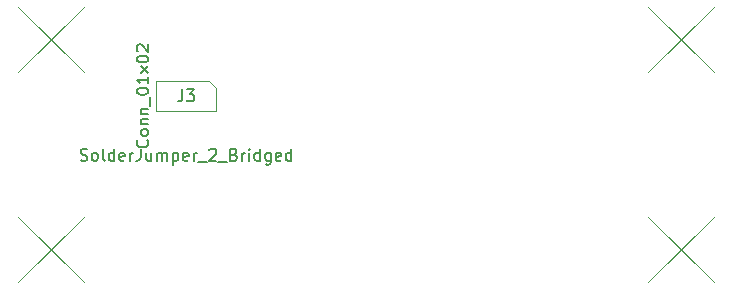
<source format=gbr>
%TF.GenerationSoftware,KiCad,Pcbnew,9.0.1*%
%TF.CreationDate,2025-07-30T00:23:41-04:00*%
%TF.ProjectId,T5848,54353834-382e-46b6-9963-61645f706362,rev?*%
%TF.SameCoordinates,Original*%
%TF.FileFunction,AssemblyDrawing,Top*%
%FSLAX46Y46*%
G04 Gerber Fmt 4.6, Leading zero omitted, Abs format (unit mm)*
G04 Created by KiCad (PCBNEW 9.0.1) date 2025-07-30 00:23:41*
%MOMM*%
%LPD*%
G01*
G04 APERTURE LIST*
%ADD10C,0.150000*%
%ADD11C,0.100000*%
G04 APERTURE END LIST*
D10*
X130004579Y-104608095D02*
X130052199Y-104655714D01*
X130052199Y-104655714D02*
X130099818Y-104798571D01*
X130099818Y-104798571D02*
X130099818Y-104893809D01*
X130099818Y-104893809D02*
X130052199Y-105036666D01*
X130052199Y-105036666D02*
X129956960Y-105131904D01*
X129956960Y-105131904D02*
X129861722Y-105179523D01*
X129861722Y-105179523D02*
X129671246Y-105227142D01*
X129671246Y-105227142D02*
X129528389Y-105227142D01*
X129528389Y-105227142D02*
X129337913Y-105179523D01*
X129337913Y-105179523D02*
X129242675Y-105131904D01*
X129242675Y-105131904D02*
X129147437Y-105036666D01*
X129147437Y-105036666D02*
X129099818Y-104893809D01*
X129099818Y-104893809D02*
X129099818Y-104798571D01*
X129099818Y-104798571D02*
X129147437Y-104655714D01*
X129147437Y-104655714D02*
X129195056Y-104608095D01*
X130099818Y-104036666D02*
X130052199Y-104131904D01*
X130052199Y-104131904D02*
X130004579Y-104179523D01*
X130004579Y-104179523D02*
X129909341Y-104227142D01*
X129909341Y-104227142D02*
X129623627Y-104227142D01*
X129623627Y-104227142D02*
X129528389Y-104179523D01*
X129528389Y-104179523D02*
X129480770Y-104131904D01*
X129480770Y-104131904D02*
X129433151Y-104036666D01*
X129433151Y-104036666D02*
X129433151Y-103893809D01*
X129433151Y-103893809D02*
X129480770Y-103798571D01*
X129480770Y-103798571D02*
X129528389Y-103750952D01*
X129528389Y-103750952D02*
X129623627Y-103703333D01*
X129623627Y-103703333D02*
X129909341Y-103703333D01*
X129909341Y-103703333D02*
X130004579Y-103750952D01*
X130004579Y-103750952D02*
X130052199Y-103798571D01*
X130052199Y-103798571D02*
X130099818Y-103893809D01*
X130099818Y-103893809D02*
X130099818Y-104036666D01*
X129433151Y-103274761D02*
X130099818Y-103274761D01*
X129528389Y-103274761D02*
X129480770Y-103227142D01*
X129480770Y-103227142D02*
X129433151Y-103131904D01*
X129433151Y-103131904D02*
X129433151Y-102989047D01*
X129433151Y-102989047D02*
X129480770Y-102893809D01*
X129480770Y-102893809D02*
X129576008Y-102846190D01*
X129576008Y-102846190D02*
X130099818Y-102846190D01*
X129433151Y-102369999D02*
X130099818Y-102369999D01*
X129528389Y-102369999D02*
X129480770Y-102322380D01*
X129480770Y-102322380D02*
X129433151Y-102227142D01*
X129433151Y-102227142D02*
X129433151Y-102084285D01*
X129433151Y-102084285D02*
X129480770Y-101989047D01*
X129480770Y-101989047D02*
X129576008Y-101941428D01*
X129576008Y-101941428D02*
X130099818Y-101941428D01*
X130195056Y-101703333D02*
X130195056Y-100941428D01*
X129099818Y-100512856D02*
X129099818Y-100417618D01*
X129099818Y-100417618D02*
X129147437Y-100322380D01*
X129147437Y-100322380D02*
X129195056Y-100274761D01*
X129195056Y-100274761D02*
X129290294Y-100227142D01*
X129290294Y-100227142D02*
X129480770Y-100179523D01*
X129480770Y-100179523D02*
X129718865Y-100179523D01*
X129718865Y-100179523D02*
X129909341Y-100227142D01*
X129909341Y-100227142D02*
X130004579Y-100274761D01*
X130004579Y-100274761D02*
X130052199Y-100322380D01*
X130052199Y-100322380D02*
X130099818Y-100417618D01*
X130099818Y-100417618D02*
X130099818Y-100512856D01*
X130099818Y-100512856D02*
X130052199Y-100608094D01*
X130052199Y-100608094D02*
X130004579Y-100655713D01*
X130004579Y-100655713D02*
X129909341Y-100703332D01*
X129909341Y-100703332D02*
X129718865Y-100750951D01*
X129718865Y-100750951D02*
X129480770Y-100750951D01*
X129480770Y-100750951D02*
X129290294Y-100703332D01*
X129290294Y-100703332D02*
X129195056Y-100655713D01*
X129195056Y-100655713D02*
X129147437Y-100608094D01*
X129147437Y-100608094D02*
X129099818Y-100512856D01*
X130099818Y-99227142D02*
X130099818Y-99798570D01*
X130099818Y-99512856D02*
X129099818Y-99512856D01*
X129099818Y-99512856D02*
X129242675Y-99608094D01*
X129242675Y-99608094D02*
X129337913Y-99703332D01*
X129337913Y-99703332D02*
X129385532Y-99798570D01*
X130099818Y-98893808D02*
X129433151Y-98369999D01*
X129433151Y-98893808D02*
X130099818Y-98369999D01*
X129099818Y-97798570D02*
X129099818Y-97703332D01*
X129099818Y-97703332D02*
X129147437Y-97608094D01*
X129147437Y-97608094D02*
X129195056Y-97560475D01*
X129195056Y-97560475D02*
X129290294Y-97512856D01*
X129290294Y-97512856D02*
X129480770Y-97465237D01*
X129480770Y-97465237D02*
X129718865Y-97465237D01*
X129718865Y-97465237D02*
X129909341Y-97512856D01*
X129909341Y-97512856D02*
X130004579Y-97560475D01*
X130004579Y-97560475D02*
X130052199Y-97608094D01*
X130052199Y-97608094D02*
X130099818Y-97703332D01*
X130099818Y-97703332D02*
X130099818Y-97798570D01*
X130099818Y-97798570D02*
X130052199Y-97893808D01*
X130052199Y-97893808D02*
X130004579Y-97941427D01*
X130004579Y-97941427D02*
X129909341Y-97989046D01*
X129909341Y-97989046D02*
X129718865Y-98036665D01*
X129718865Y-98036665D02*
X129480770Y-98036665D01*
X129480770Y-98036665D02*
X129290294Y-97989046D01*
X129290294Y-97989046D02*
X129195056Y-97941427D01*
X129195056Y-97941427D02*
X129147437Y-97893808D01*
X129147437Y-97893808D02*
X129099818Y-97798570D01*
X129195056Y-97084284D02*
X129147437Y-97036665D01*
X129147437Y-97036665D02*
X129099818Y-96941427D01*
X129099818Y-96941427D02*
X129099818Y-96703332D01*
X129099818Y-96703332D02*
X129147437Y-96608094D01*
X129147437Y-96608094D02*
X129195056Y-96560475D01*
X129195056Y-96560475D02*
X129290294Y-96512856D01*
X129290294Y-96512856D02*
X129385532Y-96512856D01*
X129385532Y-96512856D02*
X129528389Y-96560475D01*
X129528389Y-96560475D02*
X130099818Y-97131903D01*
X130099818Y-97131903D02*
X130099818Y-96512856D01*
X132961665Y-100324818D02*
X132961665Y-101039103D01*
X132961665Y-101039103D02*
X132914046Y-101181960D01*
X132914046Y-101181960D02*
X132818808Y-101277199D01*
X132818808Y-101277199D02*
X132675951Y-101324818D01*
X132675951Y-101324818D02*
X132580713Y-101324818D01*
X133342618Y-100324818D02*
X133961665Y-100324818D01*
X133961665Y-100324818D02*
X133628332Y-100705770D01*
X133628332Y-100705770D02*
X133771189Y-100705770D01*
X133771189Y-100705770D02*
X133866427Y-100753389D01*
X133866427Y-100753389D02*
X133914046Y-100801008D01*
X133914046Y-100801008D02*
X133961665Y-100896246D01*
X133961665Y-100896246D02*
X133961665Y-101134341D01*
X133961665Y-101134341D02*
X133914046Y-101229579D01*
X133914046Y-101229579D02*
X133866427Y-101277199D01*
X133866427Y-101277199D02*
X133771189Y-101324818D01*
X133771189Y-101324818D02*
X133485475Y-101324818D01*
X133485475Y-101324818D02*
X133390237Y-101277199D01*
X133390237Y-101277199D02*
X133342618Y-101229579D01*
X124347618Y-106307200D02*
X124490475Y-106354819D01*
X124490475Y-106354819D02*
X124728570Y-106354819D01*
X124728570Y-106354819D02*
X124823808Y-106307200D01*
X124823808Y-106307200D02*
X124871427Y-106259580D01*
X124871427Y-106259580D02*
X124919046Y-106164342D01*
X124919046Y-106164342D02*
X124919046Y-106069104D01*
X124919046Y-106069104D02*
X124871427Y-105973866D01*
X124871427Y-105973866D02*
X124823808Y-105926247D01*
X124823808Y-105926247D02*
X124728570Y-105878628D01*
X124728570Y-105878628D02*
X124538094Y-105831009D01*
X124538094Y-105831009D02*
X124442856Y-105783390D01*
X124442856Y-105783390D02*
X124395237Y-105735771D01*
X124395237Y-105735771D02*
X124347618Y-105640533D01*
X124347618Y-105640533D02*
X124347618Y-105545295D01*
X124347618Y-105545295D02*
X124395237Y-105450057D01*
X124395237Y-105450057D02*
X124442856Y-105402438D01*
X124442856Y-105402438D02*
X124538094Y-105354819D01*
X124538094Y-105354819D02*
X124776189Y-105354819D01*
X124776189Y-105354819D02*
X124919046Y-105402438D01*
X125490475Y-106354819D02*
X125395237Y-106307200D01*
X125395237Y-106307200D02*
X125347618Y-106259580D01*
X125347618Y-106259580D02*
X125299999Y-106164342D01*
X125299999Y-106164342D02*
X125299999Y-105878628D01*
X125299999Y-105878628D02*
X125347618Y-105783390D01*
X125347618Y-105783390D02*
X125395237Y-105735771D01*
X125395237Y-105735771D02*
X125490475Y-105688152D01*
X125490475Y-105688152D02*
X125633332Y-105688152D01*
X125633332Y-105688152D02*
X125728570Y-105735771D01*
X125728570Y-105735771D02*
X125776189Y-105783390D01*
X125776189Y-105783390D02*
X125823808Y-105878628D01*
X125823808Y-105878628D02*
X125823808Y-106164342D01*
X125823808Y-106164342D02*
X125776189Y-106259580D01*
X125776189Y-106259580D02*
X125728570Y-106307200D01*
X125728570Y-106307200D02*
X125633332Y-106354819D01*
X125633332Y-106354819D02*
X125490475Y-106354819D01*
X126395237Y-106354819D02*
X126299999Y-106307200D01*
X126299999Y-106307200D02*
X126252380Y-106211961D01*
X126252380Y-106211961D02*
X126252380Y-105354819D01*
X127204761Y-106354819D02*
X127204761Y-105354819D01*
X127204761Y-106307200D02*
X127109523Y-106354819D01*
X127109523Y-106354819D02*
X126919047Y-106354819D01*
X126919047Y-106354819D02*
X126823809Y-106307200D01*
X126823809Y-106307200D02*
X126776190Y-106259580D01*
X126776190Y-106259580D02*
X126728571Y-106164342D01*
X126728571Y-106164342D02*
X126728571Y-105878628D01*
X126728571Y-105878628D02*
X126776190Y-105783390D01*
X126776190Y-105783390D02*
X126823809Y-105735771D01*
X126823809Y-105735771D02*
X126919047Y-105688152D01*
X126919047Y-105688152D02*
X127109523Y-105688152D01*
X127109523Y-105688152D02*
X127204761Y-105735771D01*
X128061904Y-106307200D02*
X127966666Y-106354819D01*
X127966666Y-106354819D02*
X127776190Y-106354819D01*
X127776190Y-106354819D02*
X127680952Y-106307200D01*
X127680952Y-106307200D02*
X127633333Y-106211961D01*
X127633333Y-106211961D02*
X127633333Y-105831009D01*
X127633333Y-105831009D02*
X127680952Y-105735771D01*
X127680952Y-105735771D02*
X127776190Y-105688152D01*
X127776190Y-105688152D02*
X127966666Y-105688152D01*
X127966666Y-105688152D02*
X128061904Y-105735771D01*
X128061904Y-105735771D02*
X128109523Y-105831009D01*
X128109523Y-105831009D02*
X128109523Y-105926247D01*
X128109523Y-105926247D02*
X127633333Y-106021485D01*
X128538095Y-106354819D02*
X128538095Y-105688152D01*
X128538095Y-105878628D02*
X128585714Y-105783390D01*
X128585714Y-105783390D02*
X128633333Y-105735771D01*
X128633333Y-105735771D02*
X128728571Y-105688152D01*
X128728571Y-105688152D02*
X128823809Y-105688152D01*
X129442857Y-105354819D02*
X129442857Y-106069104D01*
X129442857Y-106069104D02*
X129395238Y-106211961D01*
X129395238Y-106211961D02*
X129300000Y-106307200D01*
X129300000Y-106307200D02*
X129157143Y-106354819D01*
X129157143Y-106354819D02*
X129061905Y-106354819D01*
X130347619Y-105688152D02*
X130347619Y-106354819D01*
X129919048Y-105688152D02*
X129919048Y-106211961D01*
X129919048Y-106211961D02*
X129966667Y-106307200D01*
X129966667Y-106307200D02*
X130061905Y-106354819D01*
X130061905Y-106354819D02*
X130204762Y-106354819D01*
X130204762Y-106354819D02*
X130300000Y-106307200D01*
X130300000Y-106307200D02*
X130347619Y-106259580D01*
X130823810Y-106354819D02*
X130823810Y-105688152D01*
X130823810Y-105783390D02*
X130871429Y-105735771D01*
X130871429Y-105735771D02*
X130966667Y-105688152D01*
X130966667Y-105688152D02*
X131109524Y-105688152D01*
X131109524Y-105688152D02*
X131204762Y-105735771D01*
X131204762Y-105735771D02*
X131252381Y-105831009D01*
X131252381Y-105831009D02*
X131252381Y-106354819D01*
X131252381Y-105831009D02*
X131300000Y-105735771D01*
X131300000Y-105735771D02*
X131395238Y-105688152D01*
X131395238Y-105688152D02*
X131538095Y-105688152D01*
X131538095Y-105688152D02*
X131633334Y-105735771D01*
X131633334Y-105735771D02*
X131680953Y-105831009D01*
X131680953Y-105831009D02*
X131680953Y-106354819D01*
X132157143Y-105688152D02*
X132157143Y-106688152D01*
X132157143Y-105735771D02*
X132252381Y-105688152D01*
X132252381Y-105688152D02*
X132442857Y-105688152D01*
X132442857Y-105688152D02*
X132538095Y-105735771D01*
X132538095Y-105735771D02*
X132585714Y-105783390D01*
X132585714Y-105783390D02*
X132633333Y-105878628D01*
X132633333Y-105878628D02*
X132633333Y-106164342D01*
X132633333Y-106164342D02*
X132585714Y-106259580D01*
X132585714Y-106259580D02*
X132538095Y-106307200D01*
X132538095Y-106307200D02*
X132442857Y-106354819D01*
X132442857Y-106354819D02*
X132252381Y-106354819D01*
X132252381Y-106354819D02*
X132157143Y-106307200D01*
X133442857Y-106307200D02*
X133347619Y-106354819D01*
X133347619Y-106354819D02*
X133157143Y-106354819D01*
X133157143Y-106354819D02*
X133061905Y-106307200D01*
X133061905Y-106307200D02*
X133014286Y-106211961D01*
X133014286Y-106211961D02*
X133014286Y-105831009D01*
X133014286Y-105831009D02*
X133061905Y-105735771D01*
X133061905Y-105735771D02*
X133157143Y-105688152D01*
X133157143Y-105688152D02*
X133347619Y-105688152D01*
X133347619Y-105688152D02*
X133442857Y-105735771D01*
X133442857Y-105735771D02*
X133490476Y-105831009D01*
X133490476Y-105831009D02*
X133490476Y-105926247D01*
X133490476Y-105926247D02*
X133014286Y-106021485D01*
X133919048Y-106354819D02*
X133919048Y-105688152D01*
X133919048Y-105878628D02*
X133966667Y-105783390D01*
X133966667Y-105783390D02*
X134014286Y-105735771D01*
X134014286Y-105735771D02*
X134109524Y-105688152D01*
X134109524Y-105688152D02*
X134204762Y-105688152D01*
X134300001Y-106450057D02*
X135061905Y-106450057D01*
X135252382Y-105450057D02*
X135300001Y-105402438D01*
X135300001Y-105402438D02*
X135395239Y-105354819D01*
X135395239Y-105354819D02*
X135633334Y-105354819D01*
X135633334Y-105354819D02*
X135728572Y-105402438D01*
X135728572Y-105402438D02*
X135776191Y-105450057D01*
X135776191Y-105450057D02*
X135823810Y-105545295D01*
X135823810Y-105545295D02*
X135823810Y-105640533D01*
X135823810Y-105640533D02*
X135776191Y-105783390D01*
X135776191Y-105783390D02*
X135204763Y-106354819D01*
X135204763Y-106354819D02*
X135823810Y-106354819D01*
X136014287Y-106450057D02*
X136776191Y-106450057D01*
X137347620Y-105831009D02*
X137490477Y-105878628D01*
X137490477Y-105878628D02*
X137538096Y-105926247D01*
X137538096Y-105926247D02*
X137585715Y-106021485D01*
X137585715Y-106021485D02*
X137585715Y-106164342D01*
X137585715Y-106164342D02*
X137538096Y-106259580D01*
X137538096Y-106259580D02*
X137490477Y-106307200D01*
X137490477Y-106307200D02*
X137395239Y-106354819D01*
X137395239Y-106354819D02*
X137014287Y-106354819D01*
X137014287Y-106354819D02*
X137014287Y-105354819D01*
X137014287Y-105354819D02*
X137347620Y-105354819D01*
X137347620Y-105354819D02*
X137442858Y-105402438D01*
X137442858Y-105402438D02*
X137490477Y-105450057D01*
X137490477Y-105450057D02*
X137538096Y-105545295D01*
X137538096Y-105545295D02*
X137538096Y-105640533D01*
X137538096Y-105640533D02*
X137490477Y-105735771D01*
X137490477Y-105735771D02*
X137442858Y-105783390D01*
X137442858Y-105783390D02*
X137347620Y-105831009D01*
X137347620Y-105831009D02*
X137014287Y-105831009D01*
X138014287Y-106354819D02*
X138014287Y-105688152D01*
X138014287Y-105878628D02*
X138061906Y-105783390D01*
X138061906Y-105783390D02*
X138109525Y-105735771D01*
X138109525Y-105735771D02*
X138204763Y-105688152D01*
X138204763Y-105688152D02*
X138300001Y-105688152D01*
X138633335Y-106354819D02*
X138633335Y-105688152D01*
X138633335Y-105354819D02*
X138585716Y-105402438D01*
X138585716Y-105402438D02*
X138633335Y-105450057D01*
X138633335Y-105450057D02*
X138680954Y-105402438D01*
X138680954Y-105402438D02*
X138633335Y-105354819D01*
X138633335Y-105354819D02*
X138633335Y-105450057D01*
X139538096Y-106354819D02*
X139538096Y-105354819D01*
X139538096Y-106307200D02*
X139442858Y-106354819D01*
X139442858Y-106354819D02*
X139252382Y-106354819D01*
X139252382Y-106354819D02*
X139157144Y-106307200D01*
X139157144Y-106307200D02*
X139109525Y-106259580D01*
X139109525Y-106259580D02*
X139061906Y-106164342D01*
X139061906Y-106164342D02*
X139061906Y-105878628D01*
X139061906Y-105878628D02*
X139109525Y-105783390D01*
X139109525Y-105783390D02*
X139157144Y-105735771D01*
X139157144Y-105735771D02*
X139252382Y-105688152D01*
X139252382Y-105688152D02*
X139442858Y-105688152D01*
X139442858Y-105688152D02*
X139538096Y-105735771D01*
X140442858Y-105688152D02*
X140442858Y-106497676D01*
X140442858Y-106497676D02*
X140395239Y-106592914D01*
X140395239Y-106592914D02*
X140347620Y-106640533D01*
X140347620Y-106640533D02*
X140252382Y-106688152D01*
X140252382Y-106688152D02*
X140109525Y-106688152D01*
X140109525Y-106688152D02*
X140014287Y-106640533D01*
X140442858Y-106307200D02*
X140347620Y-106354819D01*
X140347620Y-106354819D02*
X140157144Y-106354819D01*
X140157144Y-106354819D02*
X140061906Y-106307200D01*
X140061906Y-106307200D02*
X140014287Y-106259580D01*
X140014287Y-106259580D02*
X139966668Y-106164342D01*
X139966668Y-106164342D02*
X139966668Y-105878628D01*
X139966668Y-105878628D02*
X140014287Y-105783390D01*
X140014287Y-105783390D02*
X140061906Y-105735771D01*
X140061906Y-105735771D02*
X140157144Y-105688152D01*
X140157144Y-105688152D02*
X140347620Y-105688152D01*
X140347620Y-105688152D02*
X140442858Y-105735771D01*
X141300001Y-106307200D02*
X141204763Y-106354819D01*
X141204763Y-106354819D02*
X141014287Y-106354819D01*
X141014287Y-106354819D02*
X140919049Y-106307200D01*
X140919049Y-106307200D02*
X140871430Y-106211961D01*
X140871430Y-106211961D02*
X140871430Y-105831009D01*
X140871430Y-105831009D02*
X140919049Y-105735771D01*
X140919049Y-105735771D02*
X141014287Y-105688152D01*
X141014287Y-105688152D02*
X141204763Y-105688152D01*
X141204763Y-105688152D02*
X141300001Y-105735771D01*
X141300001Y-105735771D02*
X141347620Y-105831009D01*
X141347620Y-105831009D02*
X141347620Y-105926247D01*
X141347620Y-105926247D02*
X140871430Y-106021485D01*
X142204763Y-106354819D02*
X142204763Y-105354819D01*
X142204763Y-106307200D02*
X142109525Y-106354819D01*
X142109525Y-106354819D02*
X141919049Y-106354819D01*
X141919049Y-106354819D02*
X141823811Y-106307200D01*
X141823811Y-106307200D02*
X141776192Y-106259580D01*
X141776192Y-106259580D02*
X141728573Y-106164342D01*
X141728573Y-106164342D02*
X141728573Y-105878628D01*
X141728573Y-105878628D02*
X141776192Y-105783390D01*
X141776192Y-105783390D02*
X141823811Y-105735771D01*
X141823811Y-105735771D02*
X141919049Y-105688152D01*
X141919049Y-105688152D02*
X142109525Y-105688152D01*
X142109525Y-105688152D02*
X142204763Y-105735771D01*
D11*
%TO.C,J3*%
X130754999Y-102140001D02*
X130755000Y-99599999D01*
X130755000Y-99599999D02*
X135200000Y-99600002D01*
X135200000Y-99600002D02*
X135835001Y-100234999D01*
X135834999Y-102140000D02*
X130754999Y-102140001D01*
X135835001Y-100234999D02*
X135834999Y-102140000D01*
%TD*%
X119055000Y-111115000D02*
X124605000Y-116665000D01*
X119055000Y-116665000D02*
X124605000Y-111115000D01*
X119055000Y-93335000D02*
X124605000Y-98885000D01*
X119055000Y-98885000D02*
X124605000Y-93335000D01*
X172395000Y-93335000D02*
X177945000Y-98885000D01*
X172395000Y-98885000D02*
X177945000Y-93335000D01*
X172395000Y-111115000D02*
X177945000Y-116665000D01*
X172395000Y-116665000D02*
X177945000Y-111115000D01*
M02*

</source>
